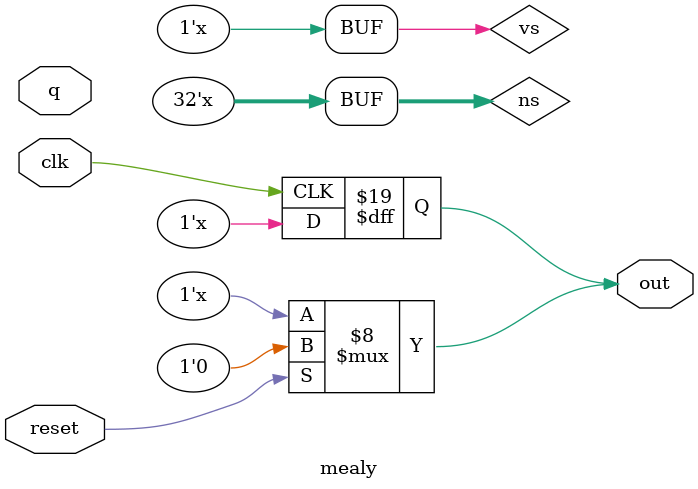
<source format=v>
module mealy(
    input q,
    input clk,
    input reset,
    output out
    );
    reg out;
    parameter a=1,b=2,c=3,d=4,e=5,f=6,g=7;
    integer ps,ns;
    reg vs;
    always@(reset or q or ps)begin
        if(reset)begin
            ps=a;
            out=1'b0;
        end
        else begin
            case(ps) 
                a:  if(q)begin
                        ns=e;
                        vs=1'b0;
                        end
                    else begin
                        ns=b;
                        vs=1'b0;
                        end
                b:  if(q)begin 
                        ns=c;
                        vs=1'b0;
                        end
                    else begin 
                        ns=b;
                        vs=1'b0;
                        end
                c:  if(q)begin 
                        ns=e;
                        vs=1'b0;
                        end
                    else begin
                        ns=d;
                        vs=1'b0;
                        end
                d:  if(q) begin
                        ns=c;
                        vs=1'b0;
                        end 
                    else begin
                        ns=g;
                        vs=1'b1;
                        end  
                e:  if(q) begin
                        ns=e;
                        vs=1'b0;
                        end 
                    else begin
                        ns=f;
                        vs=1'b0;
                        end
                f:  if(q) begin
                        ns=b;
                        vs=1'b0;
                        end  
                    else begin
                        ns=g;
                        vs=1'b0;
                        end
                g:  if(d) begin
                        ns=c;
                        vs=1'b1;
                        end 
                    else begin
                        ns=b;
                        vs=1'b0;
                        end       
             endcase
        end
    end
    always@(posedge clk)begin
        ps<=ns;
        out<=vs;
    end
endmodule

</source>
